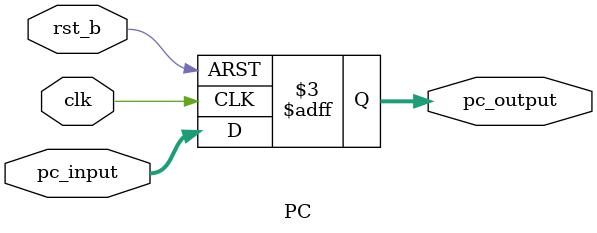
<source format=v>
module PC (
    input clk, rst_b,
    input [31:0] pc_input,
    output reg [31:0] pc_output
);

// initial begin
//     pc_output = 1;
// end

always @(posedge clk, negedge rst_b) begin
    if(rst_b == 0)
        pc_output <= 0;
    else begin
      pc_output <= pc_input;
    end
end


endmodule
</source>
